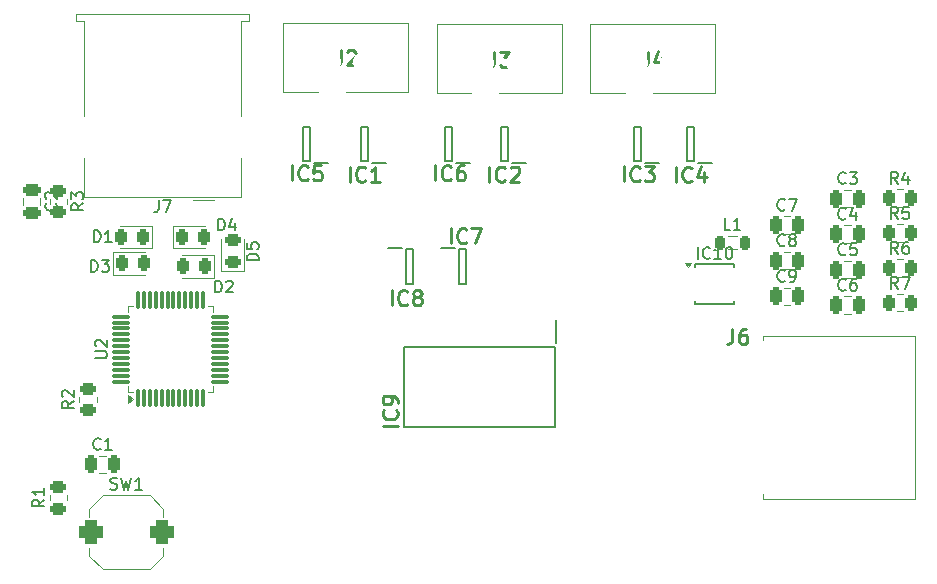
<source format=gbr>
%TF.GenerationSoftware,KiCad,Pcbnew,8.0.0*%
%TF.CreationDate,2024-03-19T18:53:13-05:00*%
%TF.ProjectId,playground,706c6179-6772-46f7-956e-642e6b696361,rev?*%
%TF.SameCoordinates,Original*%
%TF.FileFunction,Legend,Top*%
%TF.FilePolarity,Positive*%
%FSLAX46Y46*%
G04 Gerber Fmt 4.6, Leading zero omitted, Abs format (unit mm)*
G04 Created by KiCad (PCBNEW 8.0.0) date 2024-03-19 18:53:13*
%MOMM*%
%LPD*%
G01*
G04 APERTURE LIST*
G04 Aperture macros list*
%AMRoundRect*
0 Rectangle with rounded corners*
0 $1 Rounding radius*
0 $2 $3 $4 $5 $6 $7 $8 $9 X,Y pos of 4 corners*
0 Add a 4 corners polygon primitive as box body*
4,1,4,$2,$3,$4,$5,$6,$7,$8,$9,$2,$3,0*
0 Add four circle primitives for the rounded corners*
1,1,$1+$1,$2,$3*
1,1,$1+$1,$4,$5*
1,1,$1+$1,$6,$7*
1,1,$1+$1,$8,$9*
0 Add four rect primitives between the rounded corners*
20,1,$1+$1,$2,$3,$4,$5,0*
20,1,$1+$1,$4,$5,$6,$7,0*
20,1,$1+$1,$6,$7,$8,$9,0*
20,1,$1+$1,$8,$9,$2,$3,0*%
G04 Aperture macros list end*
%ADD10C,0.150000*%
%ADD11C,0.254000*%
%ADD12C,0.120000*%
%ADD13C,0.200000*%
%ADD14C,0.100000*%
%ADD15RoundRect,0.500000X-0.500000X-0.500000X0.500000X-0.500000X0.500000X0.500000X-0.500000X0.500000X0*%
%ADD16RoundRect,0.250000X-0.450000X0.262500X-0.450000X-0.262500X0.450000X-0.262500X0.450000X0.262500X0*%
%ADD17RoundRect,0.250000X-0.262500X-0.450000X0.262500X-0.450000X0.262500X0.450000X-0.262500X0.450000X0*%
%ADD18RoundRect,0.250000X-0.250000X-0.475000X0.250000X-0.475000X0.250000X0.475000X-0.250000X0.475000X0*%
%ADD19RoundRect,0.075000X0.075000X-0.662500X0.075000X0.662500X-0.075000X0.662500X-0.075000X-0.662500X0*%
%ADD20RoundRect,0.075000X0.662500X-0.075000X0.662500X0.075000X-0.662500X0.075000X-0.662500X-0.075000X0*%
%ADD21R,1.200000X0.600000*%
%ADD22RoundRect,0.218750X-0.218750X-0.381250X0.218750X-0.381250X0.218750X0.381250X-0.218750X0.381250X0*%
%ADD23C,3.050000*%
%ADD24C,2.775000*%
%ADD25RoundRect,0.243750X0.243750X0.456250X-0.243750X0.456250X-0.243750X-0.456250X0.243750X-0.456250X0*%
%ADD26C,1.300000*%
%ADD27R,1.530000X1.530000*%
%ADD28C,1.550000*%
%ADD29R,1.600000X1.500000*%
%ADD30C,1.600000*%
%ADD31C,3.000000*%
%ADD32R,0.700000X1.925000*%
%ADD33RoundRect,0.243750X-0.243750X-0.456250X0.243750X-0.456250X0.243750X0.456250X-0.243750X0.456250X0*%
%ADD34RoundRect,0.243750X0.456250X-0.243750X0.456250X0.243750X-0.456250X0.243750X-0.456250X-0.243750X0*%
%ADD35RoundRect,0.250000X-0.475000X0.250000X-0.475000X-0.250000X0.475000X-0.250000X0.475000X0.250000X0*%
%ADD36RoundRect,0.250000X0.450000X-0.262500X0.450000X0.262500X-0.450000X0.262500X-0.450000X-0.262500X0*%
%ADD37R,1.400000X0.300000*%
G04 APERTURE END LIST*
D10*
X110166667Y-91593200D02*
X110309524Y-91640819D01*
X110309524Y-91640819D02*
X110547619Y-91640819D01*
X110547619Y-91640819D02*
X110642857Y-91593200D01*
X110642857Y-91593200D02*
X110690476Y-91545580D01*
X110690476Y-91545580D02*
X110738095Y-91450342D01*
X110738095Y-91450342D02*
X110738095Y-91355104D01*
X110738095Y-91355104D02*
X110690476Y-91259866D01*
X110690476Y-91259866D02*
X110642857Y-91212247D01*
X110642857Y-91212247D02*
X110547619Y-91164628D01*
X110547619Y-91164628D02*
X110357143Y-91117009D01*
X110357143Y-91117009D02*
X110261905Y-91069390D01*
X110261905Y-91069390D02*
X110214286Y-91021771D01*
X110214286Y-91021771D02*
X110166667Y-90926533D01*
X110166667Y-90926533D02*
X110166667Y-90831295D01*
X110166667Y-90831295D02*
X110214286Y-90736057D01*
X110214286Y-90736057D02*
X110261905Y-90688438D01*
X110261905Y-90688438D02*
X110357143Y-90640819D01*
X110357143Y-90640819D02*
X110595238Y-90640819D01*
X110595238Y-90640819D02*
X110738095Y-90688438D01*
X111071429Y-90640819D02*
X111309524Y-91640819D01*
X111309524Y-91640819D02*
X111500000Y-90926533D01*
X111500000Y-90926533D02*
X111690476Y-91640819D01*
X111690476Y-91640819D02*
X111928572Y-90640819D01*
X112833333Y-91640819D02*
X112261905Y-91640819D01*
X112547619Y-91640819D02*
X112547619Y-90640819D01*
X112547619Y-90640819D02*
X112452381Y-90783676D01*
X112452381Y-90783676D02*
X112357143Y-90878914D01*
X112357143Y-90878914D02*
X112261905Y-90926533D01*
X107854819Y-67416666D02*
X107378628Y-67749999D01*
X107854819Y-67988094D02*
X106854819Y-67988094D01*
X106854819Y-67988094D02*
X106854819Y-67607142D01*
X106854819Y-67607142D02*
X106902438Y-67511904D01*
X106902438Y-67511904D02*
X106950057Y-67464285D01*
X106950057Y-67464285D02*
X107045295Y-67416666D01*
X107045295Y-67416666D02*
X107188152Y-67416666D01*
X107188152Y-67416666D02*
X107283390Y-67464285D01*
X107283390Y-67464285D02*
X107331009Y-67511904D01*
X107331009Y-67511904D02*
X107378628Y-67607142D01*
X107378628Y-67607142D02*
X107378628Y-67988094D01*
X106854819Y-67083332D02*
X106854819Y-66464285D01*
X106854819Y-66464285D02*
X107235771Y-66797618D01*
X107235771Y-66797618D02*
X107235771Y-66654761D01*
X107235771Y-66654761D02*
X107283390Y-66559523D01*
X107283390Y-66559523D02*
X107331009Y-66511904D01*
X107331009Y-66511904D02*
X107426247Y-66464285D01*
X107426247Y-66464285D02*
X107664342Y-66464285D01*
X107664342Y-66464285D02*
X107759580Y-66511904D01*
X107759580Y-66511904D02*
X107807200Y-66559523D01*
X107807200Y-66559523D02*
X107854819Y-66654761D01*
X107854819Y-66654761D02*
X107854819Y-66940475D01*
X107854819Y-66940475D02*
X107807200Y-67035713D01*
X107807200Y-67035713D02*
X107759580Y-67083332D01*
X176838333Y-65774819D02*
X176505000Y-65298628D01*
X176266905Y-65774819D02*
X176266905Y-64774819D01*
X176266905Y-64774819D02*
X176647857Y-64774819D01*
X176647857Y-64774819D02*
X176743095Y-64822438D01*
X176743095Y-64822438D02*
X176790714Y-64870057D01*
X176790714Y-64870057D02*
X176838333Y-64965295D01*
X176838333Y-64965295D02*
X176838333Y-65108152D01*
X176838333Y-65108152D02*
X176790714Y-65203390D01*
X176790714Y-65203390D02*
X176743095Y-65251009D01*
X176743095Y-65251009D02*
X176647857Y-65298628D01*
X176647857Y-65298628D02*
X176266905Y-65298628D01*
X177695476Y-65108152D02*
X177695476Y-65774819D01*
X177457381Y-64727200D02*
X177219286Y-65441485D01*
X177219286Y-65441485D02*
X177838333Y-65441485D01*
X167258333Y-70939580D02*
X167210714Y-70987200D01*
X167210714Y-70987200D02*
X167067857Y-71034819D01*
X167067857Y-71034819D02*
X166972619Y-71034819D01*
X166972619Y-71034819D02*
X166829762Y-70987200D01*
X166829762Y-70987200D02*
X166734524Y-70891961D01*
X166734524Y-70891961D02*
X166686905Y-70796723D01*
X166686905Y-70796723D02*
X166639286Y-70606247D01*
X166639286Y-70606247D02*
X166639286Y-70463390D01*
X166639286Y-70463390D02*
X166686905Y-70272914D01*
X166686905Y-70272914D02*
X166734524Y-70177676D01*
X166734524Y-70177676D02*
X166829762Y-70082438D01*
X166829762Y-70082438D02*
X166972619Y-70034819D01*
X166972619Y-70034819D02*
X167067857Y-70034819D01*
X167067857Y-70034819D02*
X167210714Y-70082438D01*
X167210714Y-70082438D02*
X167258333Y-70130057D01*
X167829762Y-70463390D02*
X167734524Y-70415771D01*
X167734524Y-70415771D02*
X167686905Y-70368152D01*
X167686905Y-70368152D02*
X167639286Y-70272914D01*
X167639286Y-70272914D02*
X167639286Y-70225295D01*
X167639286Y-70225295D02*
X167686905Y-70130057D01*
X167686905Y-70130057D02*
X167734524Y-70082438D01*
X167734524Y-70082438D02*
X167829762Y-70034819D01*
X167829762Y-70034819D02*
X168020238Y-70034819D01*
X168020238Y-70034819D02*
X168115476Y-70082438D01*
X168115476Y-70082438D02*
X168163095Y-70130057D01*
X168163095Y-70130057D02*
X168210714Y-70225295D01*
X168210714Y-70225295D02*
X168210714Y-70272914D01*
X168210714Y-70272914D02*
X168163095Y-70368152D01*
X168163095Y-70368152D02*
X168115476Y-70415771D01*
X168115476Y-70415771D02*
X168020238Y-70463390D01*
X168020238Y-70463390D02*
X167829762Y-70463390D01*
X167829762Y-70463390D02*
X167734524Y-70511009D01*
X167734524Y-70511009D02*
X167686905Y-70558628D01*
X167686905Y-70558628D02*
X167639286Y-70653866D01*
X167639286Y-70653866D02*
X167639286Y-70844342D01*
X167639286Y-70844342D02*
X167686905Y-70939580D01*
X167686905Y-70939580D02*
X167734524Y-70987200D01*
X167734524Y-70987200D02*
X167829762Y-71034819D01*
X167829762Y-71034819D02*
X168020238Y-71034819D01*
X168020238Y-71034819D02*
X168115476Y-70987200D01*
X168115476Y-70987200D02*
X168163095Y-70939580D01*
X168163095Y-70939580D02*
X168210714Y-70844342D01*
X168210714Y-70844342D02*
X168210714Y-70653866D01*
X168210714Y-70653866D02*
X168163095Y-70558628D01*
X168163095Y-70558628D02*
X168115476Y-70511009D01*
X168115476Y-70511009D02*
X168020238Y-70463390D01*
X108854819Y-80511904D02*
X109664342Y-80511904D01*
X109664342Y-80511904D02*
X109759580Y-80464285D01*
X109759580Y-80464285D02*
X109807200Y-80416666D01*
X109807200Y-80416666D02*
X109854819Y-80321428D01*
X109854819Y-80321428D02*
X109854819Y-80130952D01*
X109854819Y-80130952D02*
X109807200Y-80035714D01*
X109807200Y-80035714D02*
X109759580Y-79988095D01*
X109759580Y-79988095D02*
X109664342Y-79940476D01*
X109664342Y-79940476D02*
X108854819Y-79940476D01*
X108950057Y-79511904D02*
X108902438Y-79464285D01*
X108902438Y-79464285D02*
X108854819Y-79369047D01*
X108854819Y-79369047D02*
X108854819Y-79130952D01*
X108854819Y-79130952D02*
X108902438Y-79035714D01*
X108902438Y-79035714D02*
X108950057Y-78988095D01*
X108950057Y-78988095D02*
X109045295Y-78940476D01*
X109045295Y-78940476D02*
X109140533Y-78940476D01*
X109140533Y-78940476D02*
X109283390Y-78988095D01*
X109283390Y-78988095D02*
X109854819Y-79559523D01*
X109854819Y-79559523D02*
X109854819Y-78940476D01*
D11*
X138972237Y-70789318D02*
X138972237Y-69519318D01*
X140302714Y-70668365D02*
X140242238Y-70728842D01*
X140242238Y-70728842D02*
X140060809Y-70789318D01*
X140060809Y-70789318D02*
X139939857Y-70789318D01*
X139939857Y-70789318D02*
X139758428Y-70728842D01*
X139758428Y-70728842D02*
X139637476Y-70607889D01*
X139637476Y-70607889D02*
X139576999Y-70486937D01*
X139576999Y-70486937D02*
X139516523Y-70245032D01*
X139516523Y-70245032D02*
X139516523Y-70063603D01*
X139516523Y-70063603D02*
X139576999Y-69821699D01*
X139576999Y-69821699D02*
X139637476Y-69700746D01*
X139637476Y-69700746D02*
X139758428Y-69579794D01*
X139758428Y-69579794D02*
X139939857Y-69519318D01*
X139939857Y-69519318D02*
X140060809Y-69519318D01*
X140060809Y-69519318D02*
X140242238Y-69579794D01*
X140242238Y-69579794D02*
X140302714Y-69640270D01*
X140726047Y-69519318D02*
X141572714Y-69519318D01*
X141572714Y-69519318D02*
X141028428Y-70789318D01*
D10*
X162645833Y-69654819D02*
X162169643Y-69654819D01*
X162169643Y-69654819D02*
X162169643Y-68654819D01*
X163502976Y-69654819D02*
X162931548Y-69654819D01*
X163217262Y-69654819D02*
X163217262Y-68654819D01*
X163217262Y-68654819D02*
X163122024Y-68797676D01*
X163122024Y-68797676D02*
X163026786Y-68892914D01*
X163026786Y-68892914D02*
X162931548Y-68940533D01*
X172408333Y-74709580D02*
X172360714Y-74757200D01*
X172360714Y-74757200D02*
X172217857Y-74804819D01*
X172217857Y-74804819D02*
X172122619Y-74804819D01*
X172122619Y-74804819D02*
X171979762Y-74757200D01*
X171979762Y-74757200D02*
X171884524Y-74661961D01*
X171884524Y-74661961D02*
X171836905Y-74566723D01*
X171836905Y-74566723D02*
X171789286Y-74376247D01*
X171789286Y-74376247D02*
X171789286Y-74233390D01*
X171789286Y-74233390D02*
X171836905Y-74042914D01*
X171836905Y-74042914D02*
X171884524Y-73947676D01*
X171884524Y-73947676D02*
X171979762Y-73852438D01*
X171979762Y-73852438D02*
X172122619Y-73804819D01*
X172122619Y-73804819D02*
X172217857Y-73804819D01*
X172217857Y-73804819D02*
X172360714Y-73852438D01*
X172360714Y-73852438D02*
X172408333Y-73900057D01*
X173265476Y-73804819D02*
X173075000Y-73804819D01*
X173075000Y-73804819D02*
X172979762Y-73852438D01*
X172979762Y-73852438D02*
X172932143Y-73900057D01*
X172932143Y-73900057D02*
X172836905Y-74042914D01*
X172836905Y-74042914D02*
X172789286Y-74233390D01*
X172789286Y-74233390D02*
X172789286Y-74614342D01*
X172789286Y-74614342D02*
X172836905Y-74709580D01*
X172836905Y-74709580D02*
X172884524Y-74757200D01*
X172884524Y-74757200D02*
X172979762Y-74804819D01*
X172979762Y-74804819D02*
X173170238Y-74804819D01*
X173170238Y-74804819D02*
X173265476Y-74757200D01*
X173265476Y-74757200D02*
X173313095Y-74709580D01*
X173313095Y-74709580D02*
X173360714Y-74614342D01*
X173360714Y-74614342D02*
X173360714Y-74376247D01*
X173360714Y-74376247D02*
X173313095Y-74281009D01*
X173313095Y-74281009D02*
X173265476Y-74233390D01*
X173265476Y-74233390D02*
X173170238Y-74185771D01*
X173170238Y-74185771D02*
X172979762Y-74185771D01*
X172979762Y-74185771D02*
X172884524Y-74233390D01*
X172884524Y-74233390D02*
X172836905Y-74281009D01*
X172836905Y-74281009D02*
X172789286Y-74376247D01*
X167258333Y-73949580D02*
X167210714Y-73997200D01*
X167210714Y-73997200D02*
X167067857Y-74044819D01*
X167067857Y-74044819D02*
X166972619Y-74044819D01*
X166972619Y-74044819D02*
X166829762Y-73997200D01*
X166829762Y-73997200D02*
X166734524Y-73901961D01*
X166734524Y-73901961D02*
X166686905Y-73806723D01*
X166686905Y-73806723D02*
X166639286Y-73616247D01*
X166639286Y-73616247D02*
X166639286Y-73473390D01*
X166639286Y-73473390D02*
X166686905Y-73282914D01*
X166686905Y-73282914D02*
X166734524Y-73187676D01*
X166734524Y-73187676D02*
X166829762Y-73092438D01*
X166829762Y-73092438D02*
X166972619Y-73044819D01*
X166972619Y-73044819D02*
X167067857Y-73044819D01*
X167067857Y-73044819D02*
X167210714Y-73092438D01*
X167210714Y-73092438D02*
X167258333Y-73140057D01*
X167734524Y-74044819D02*
X167925000Y-74044819D01*
X167925000Y-74044819D02*
X168020238Y-73997200D01*
X168020238Y-73997200D02*
X168067857Y-73949580D01*
X168067857Y-73949580D02*
X168163095Y-73806723D01*
X168163095Y-73806723D02*
X168210714Y-73616247D01*
X168210714Y-73616247D02*
X168210714Y-73235295D01*
X168210714Y-73235295D02*
X168163095Y-73140057D01*
X168163095Y-73140057D02*
X168115476Y-73092438D01*
X168115476Y-73092438D02*
X168020238Y-73044819D01*
X168020238Y-73044819D02*
X167829762Y-73044819D01*
X167829762Y-73044819D02*
X167734524Y-73092438D01*
X167734524Y-73092438D02*
X167686905Y-73140057D01*
X167686905Y-73140057D02*
X167639286Y-73235295D01*
X167639286Y-73235295D02*
X167639286Y-73473390D01*
X167639286Y-73473390D02*
X167686905Y-73568628D01*
X167686905Y-73568628D02*
X167734524Y-73616247D01*
X167734524Y-73616247D02*
X167829762Y-73663866D01*
X167829762Y-73663866D02*
X168020238Y-73663866D01*
X168020238Y-73663866D02*
X168115476Y-73616247D01*
X168115476Y-73616247D02*
X168163095Y-73568628D01*
X168163095Y-73568628D02*
X168210714Y-73473390D01*
D11*
X133972237Y-76039318D02*
X133972237Y-74769318D01*
X135302714Y-75918365D02*
X135242238Y-75978842D01*
X135242238Y-75978842D02*
X135060809Y-76039318D01*
X135060809Y-76039318D02*
X134939857Y-76039318D01*
X134939857Y-76039318D02*
X134758428Y-75978842D01*
X134758428Y-75978842D02*
X134637476Y-75857889D01*
X134637476Y-75857889D02*
X134576999Y-75736937D01*
X134576999Y-75736937D02*
X134516523Y-75495032D01*
X134516523Y-75495032D02*
X134516523Y-75313603D01*
X134516523Y-75313603D02*
X134576999Y-75071699D01*
X134576999Y-75071699D02*
X134637476Y-74950746D01*
X134637476Y-74950746D02*
X134758428Y-74829794D01*
X134758428Y-74829794D02*
X134939857Y-74769318D01*
X134939857Y-74769318D02*
X135060809Y-74769318D01*
X135060809Y-74769318D02*
X135242238Y-74829794D01*
X135242238Y-74829794D02*
X135302714Y-74890270D01*
X136028428Y-75313603D02*
X135907476Y-75253127D01*
X135907476Y-75253127D02*
X135846999Y-75192651D01*
X135846999Y-75192651D02*
X135786523Y-75071699D01*
X135786523Y-75071699D02*
X135786523Y-75011222D01*
X135786523Y-75011222D02*
X135846999Y-74890270D01*
X135846999Y-74890270D02*
X135907476Y-74829794D01*
X135907476Y-74829794D02*
X136028428Y-74769318D01*
X136028428Y-74769318D02*
X136270333Y-74769318D01*
X136270333Y-74769318D02*
X136391285Y-74829794D01*
X136391285Y-74829794D02*
X136451761Y-74890270D01*
X136451761Y-74890270D02*
X136512238Y-75011222D01*
X136512238Y-75011222D02*
X136512238Y-75071699D01*
X136512238Y-75071699D02*
X136451761Y-75192651D01*
X136451761Y-75192651D02*
X136391285Y-75253127D01*
X136391285Y-75253127D02*
X136270333Y-75313603D01*
X136270333Y-75313603D02*
X136028428Y-75313603D01*
X136028428Y-75313603D02*
X135907476Y-75374080D01*
X135907476Y-75374080D02*
X135846999Y-75434556D01*
X135846999Y-75434556D02*
X135786523Y-75555508D01*
X135786523Y-75555508D02*
X135786523Y-75797413D01*
X135786523Y-75797413D02*
X135846999Y-75918365D01*
X135846999Y-75918365D02*
X135907476Y-75978842D01*
X135907476Y-75978842D02*
X136028428Y-76039318D01*
X136028428Y-76039318D02*
X136270333Y-76039318D01*
X136270333Y-76039318D02*
X136391285Y-75978842D01*
X136391285Y-75978842D02*
X136451761Y-75918365D01*
X136451761Y-75918365D02*
X136512238Y-75797413D01*
X136512238Y-75797413D02*
X136512238Y-75555508D01*
X136512238Y-75555508D02*
X136451761Y-75434556D01*
X136451761Y-75434556D02*
X136391285Y-75374080D01*
X136391285Y-75374080D02*
X136270333Y-75313603D01*
D10*
X172408333Y-71699580D02*
X172360714Y-71747200D01*
X172360714Y-71747200D02*
X172217857Y-71794819D01*
X172217857Y-71794819D02*
X172122619Y-71794819D01*
X172122619Y-71794819D02*
X171979762Y-71747200D01*
X171979762Y-71747200D02*
X171884524Y-71651961D01*
X171884524Y-71651961D02*
X171836905Y-71556723D01*
X171836905Y-71556723D02*
X171789286Y-71366247D01*
X171789286Y-71366247D02*
X171789286Y-71223390D01*
X171789286Y-71223390D02*
X171836905Y-71032914D01*
X171836905Y-71032914D02*
X171884524Y-70937676D01*
X171884524Y-70937676D02*
X171979762Y-70842438D01*
X171979762Y-70842438D02*
X172122619Y-70794819D01*
X172122619Y-70794819D02*
X172217857Y-70794819D01*
X172217857Y-70794819D02*
X172360714Y-70842438D01*
X172360714Y-70842438D02*
X172408333Y-70890057D01*
X173313095Y-70794819D02*
X172836905Y-70794819D01*
X172836905Y-70794819D02*
X172789286Y-71271009D01*
X172789286Y-71271009D02*
X172836905Y-71223390D01*
X172836905Y-71223390D02*
X172932143Y-71175771D01*
X172932143Y-71175771D02*
X173170238Y-71175771D01*
X173170238Y-71175771D02*
X173265476Y-71223390D01*
X173265476Y-71223390D02*
X173313095Y-71271009D01*
X173313095Y-71271009D02*
X173360714Y-71366247D01*
X173360714Y-71366247D02*
X173360714Y-71604342D01*
X173360714Y-71604342D02*
X173313095Y-71699580D01*
X173313095Y-71699580D02*
X173265476Y-71747200D01*
X173265476Y-71747200D02*
X173170238Y-71794819D01*
X173170238Y-71794819D02*
X172932143Y-71794819D01*
X172932143Y-71794819D02*
X172836905Y-71747200D01*
X172836905Y-71747200D02*
X172789286Y-71699580D01*
X172408333Y-65679580D02*
X172360714Y-65727200D01*
X172360714Y-65727200D02*
X172217857Y-65774819D01*
X172217857Y-65774819D02*
X172122619Y-65774819D01*
X172122619Y-65774819D02*
X171979762Y-65727200D01*
X171979762Y-65727200D02*
X171884524Y-65631961D01*
X171884524Y-65631961D02*
X171836905Y-65536723D01*
X171836905Y-65536723D02*
X171789286Y-65346247D01*
X171789286Y-65346247D02*
X171789286Y-65203390D01*
X171789286Y-65203390D02*
X171836905Y-65012914D01*
X171836905Y-65012914D02*
X171884524Y-64917676D01*
X171884524Y-64917676D02*
X171979762Y-64822438D01*
X171979762Y-64822438D02*
X172122619Y-64774819D01*
X172122619Y-64774819D02*
X172217857Y-64774819D01*
X172217857Y-64774819D02*
X172360714Y-64822438D01*
X172360714Y-64822438D02*
X172408333Y-64870057D01*
X172741667Y-64774819D02*
X173360714Y-64774819D01*
X173360714Y-64774819D02*
X173027381Y-65155771D01*
X173027381Y-65155771D02*
X173170238Y-65155771D01*
X173170238Y-65155771D02*
X173265476Y-65203390D01*
X173265476Y-65203390D02*
X173313095Y-65251009D01*
X173313095Y-65251009D02*
X173360714Y-65346247D01*
X173360714Y-65346247D02*
X173360714Y-65584342D01*
X173360714Y-65584342D02*
X173313095Y-65679580D01*
X173313095Y-65679580D02*
X173265476Y-65727200D01*
X173265476Y-65727200D02*
X173170238Y-65774819D01*
X173170238Y-65774819D02*
X172884524Y-65774819D01*
X172884524Y-65774819D02*
X172789286Y-65727200D01*
X172789286Y-65727200D02*
X172741667Y-65679580D01*
X176838333Y-71674819D02*
X176505000Y-71198628D01*
X176266905Y-71674819D02*
X176266905Y-70674819D01*
X176266905Y-70674819D02*
X176647857Y-70674819D01*
X176647857Y-70674819D02*
X176743095Y-70722438D01*
X176743095Y-70722438D02*
X176790714Y-70770057D01*
X176790714Y-70770057D02*
X176838333Y-70865295D01*
X176838333Y-70865295D02*
X176838333Y-71008152D01*
X176838333Y-71008152D02*
X176790714Y-71103390D01*
X176790714Y-71103390D02*
X176743095Y-71151009D01*
X176743095Y-71151009D02*
X176647857Y-71198628D01*
X176647857Y-71198628D02*
X176266905Y-71198628D01*
X177695476Y-70674819D02*
X177505000Y-70674819D01*
X177505000Y-70674819D02*
X177409762Y-70722438D01*
X177409762Y-70722438D02*
X177362143Y-70770057D01*
X177362143Y-70770057D02*
X177266905Y-70912914D01*
X177266905Y-70912914D02*
X177219286Y-71103390D01*
X177219286Y-71103390D02*
X177219286Y-71484342D01*
X177219286Y-71484342D02*
X177266905Y-71579580D01*
X177266905Y-71579580D02*
X177314524Y-71627200D01*
X177314524Y-71627200D02*
X177409762Y-71674819D01*
X177409762Y-71674819D02*
X177600238Y-71674819D01*
X177600238Y-71674819D02*
X177695476Y-71627200D01*
X177695476Y-71627200D02*
X177743095Y-71579580D01*
X177743095Y-71579580D02*
X177790714Y-71484342D01*
X177790714Y-71484342D02*
X177790714Y-71246247D01*
X177790714Y-71246247D02*
X177743095Y-71151009D01*
X177743095Y-71151009D02*
X177695476Y-71103390D01*
X177695476Y-71103390D02*
X177600238Y-71055771D01*
X177600238Y-71055771D02*
X177409762Y-71055771D01*
X177409762Y-71055771D02*
X177314524Y-71103390D01*
X177314524Y-71103390D02*
X177266905Y-71151009D01*
X177266905Y-71151009D02*
X177219286Y-71246247D01*
D11*
X162826668Y-78054317D02*
X162826668Y-78961460D01*
X162826668Y-78961460D02*
X162766191Y-79142888D01*
X162766191Y-79142888D02*
X162645239Y-79263841D01*
X162645239Y-79263841D02*
X162463810Y-79324317D01*
X162463810Y-79324317D02*
X162342858Y-79324317D01*
X163975715Y-78054317D02*
X163733810Y-78054317D01*
X163733810Y-78054317D02*
X163612858Y-78114793D01*
X163612858Y-78114793D02*
X163552382Y-78175269D01*
X163552382Y-78175269D02*
X163431429Y-78356698D01*
X163431429Y-78356698D02*
X163370953Y-78598602D01*
X163370953Y-78598602D02*
X163370953Y-79082412D01*
X163370953Y-79082412D02*
X163431429Y-79203364D01*
X163431429Y-79203364D02*
X163491906Y-79263841D01*
X163491906Y-79263841D02*
X163612858Y-79324317D01*
X163612858Y-79324317D02*
X163854763Y-79324317D01*
X163854763Y-79324317D02*
X163975715Y-79263841D01*
X163975715Y-79263841D02*
X164036191Y-79203364D01*
X164036191Y-79203364D02*
X164096668Y-79082412D01*
X164096668Y-79082412D02*
X164096668Y-78780031D01*
X164096668Y-78780031D02*
X164036191Y-78659079D01*
X164036191Y-78659079D02*
X163975715Y-78598602D01*
X163975715Y-78598602D02*
X163854763Y-78538126D01*
X163854763Y-78538126D02*
X163612858Y-78538126D01*
X163612858Y-78538126D02*
X163491906Y-78598602D01*
X163491906Y-78598602D02*
X163431429Y-78659079D01*
X163431429Y-78659079D02*
X163370953Y-78780031D01*
D10*
X119011905Y-74954819D02*
X119011905Y-73954819D01*
X119011905Y-73954819D02*
X119250000Y-73954819D01*
X119250000Y-73954819D02*
X119392857Y-74002438D01*
X119392857Y-74002438D02*
X119488095Y-74097676D01*
X119488095Y-74097676D02*
X119535714Y-74192914D01*
X119535714Y-74192914D02*
X119583333Y-74383390D01*
X119583333Y-74383390D02*
X119583333Y-74526247D01*
X119583333Y-74526247D02*
X119535714Y-74716723D01*
X119535714Y-74716723D02*
X119488095Y-74811961D01*
X119488095Y-74811961D02*
X119392857Y-74907200D01*
X119392857Y-74907200D02*
X119250000Y-74954819D01*
X119250000Y-74954819D02*
X119011905Y-74954819D01*
X119964286Y-74050057D02*
X120011905Y-74002438D01*
X120011905Y-74002438D02*
X120107143Y-73954819D01*
X120107143Y-73954819D02*
X120345238Y-73954819D01*
X120345238Y-73954819D02*
X120440476Y-74002438D01*
X120440476Y-74002438D02*
X120488095Y-74050057D01*
X120488095Y-74050057D02*
X120535714Y-74145295D01*
X120535714Y-74145295D02*
X120535714Y-74240533D01*
X120535714Y-74240533D02*
X120488095Y-74383390D01*
X120488095Y-74383390D02*
X119916667Y-74954819D01*
X119916667Y-74954819D02*
X120535714Y-74954819D01*
X108511905Y-73204819D02*
X108511905Y-72204819D01*
X108511905Y-72204819D02*
X108750000Y-72204819D01*
X108750000Y-72204819D02*
X108892857Y-72252438D01*
X108892857Y-72252438D02*
X108988095Y-72347676D01*
X108988095Y-72347676D02*
X109035714Y-72442914D01*
X109035714Y-72442914D02*
X109083333Y-72633390D01*
X109083333Y-72633390D02*
X109083333Y-72776247D01*
X109083333Y-72776247D02*
X109035714Y-72966723D01*
X109035714Y-72966723D02*
X108988095Y-73061961D01*
X108988095Y-73061961D02*
X108892857Y-73157200D01*
X108892857Y-73157200D02*
X108750000Y-73204819D01*
X108750000Y-73204819D02*
X108511905Y-73204819D01*
X109416667Y-72204819D02*
X110035714Y-72204819D01*
X110035714Y-72204819D02*
X109702381Y-72585771D01*
X109702381Y-72585771D02*
X109845238Y-72585771D01*
X109845238Y-72585771D02*
X109940476Y-72633390D01*
X109940476Y-72633390D02*
X109988095Y-72681009D01*
X109988095Y-72681009D02*
X110035714Y-72776247D01*
X110035714Y-72776247D02*
X110035714Y-73014342D01*
X110035714Y-73014342D02*
X109988095Y-73109580D01*
X109988095Y-73109580D02*
X109940476Y-73157200D01*
X109940476Y-73157200D02*
X109845238Y-73204819D01*
X109845238Y-73204819D02*
X109559524Y-73204819D01*
X109559524Y-73204819D02*
X109464286Y-73157200D01*
X109464286Y-73157200D02*
X109416667Y-73109580D01*
D11*
X142674667Y-54559318D02*
X142674667Y-55466461D01*
X142674667Y-55466461D02*
X142614190Y-55647889D01*
X142614190Y-55647889D02*
X142493238Y-55768842D01*
X142493238Y-55768842D02*
X142311809Y-55829318D01*
X142311809Y-55829318D02*
X142190857Y-55829318D01*
X143158476Y-54559318D02*
X143944667Y-54559318D01*
X143944667Y-54559318D02*
X143521333Y-55043127D01*
X143521333Y-55043127D02*
X143702762Y-55043127D01*
X143702762Y-55043127D02*
X143823714Y-55103603D01*
X143823714Y-55103603D02*
X143884190Y-55164080D01*
X143884190Y-55164080D02*
X143944667Y-55285032D01*
X143944667Y-55285032D02*
X143944667Y-55587413D01*
X143944667Y-55587413D02*
X143884190Y-55708365D01*
X143884190Y-55708365D02*
X143823714Y-55768842D01*
X143823714Y-55768842D02*
X143702762Y-55829318D01*
X143702762Y-55829318D02*
X143339905Y-55829318D01*
X143339905Y-55829318D02*
X143218952Y-55768842D01*
X143218952Y-55768842D02*
X143158476Y-55708365D01*
D10*
X114236666Y-67154819D02*
X114236666Y-67869104D01*
X114236666Y-67869104D02*
X114189047Y-68011961D01*
X114189047Y-68011961D02*
X114093809Y-68107200D01*
X114093809Y-68107200D02*
X113950952Y-68154819D01*
X113950952Y-68154819D02*
X113855714Y-68154819D01*
X114617619Y-67154819D02*
X115284285Y-67154819D01*
X115284285Y-67154819D02*
X114855714Y-68154819D01*
D11*
X134484318Y-86239762D02*
X133214318Y-86239762D01*
X134363365Y-84909285D02*
X134423842Y-84969761D01*
X134423842Y-84969761D02*
X134484318Y-85151190D01*
X134484318Y-85151190D02*
X134484318Y-85272142D01*
X134484318Y-85272142D02*
X134423842Y-85453571D01*
X134423842Y-85453571D02*
X134302889Y-85574523D01*
X134302889Y-85574523D02*
X134181937Y-85635000D01*
X134181937Y-85635000D02*
X133940032Y-85695476D01*
X133940032Y-85695476D02*
X133758603Y-85695476D01*
X133758603Y-85695476D02*
X133516699Y-85635000D01*
X133516699Y-85635000D02*
X133395746Y-85574523D01*
X133395746Y-85574523D02*
X133274794Y-85453571D01*
X133274794Y-85453571D02*
X133214318Y-85272142D01*
X133214318Y-85272142D02*
X133214318Y-85151190D01*
X133214318Y-85151190D02*
X133274794Y-84969761D01*
X133274794Y-84969761D02*
X133335270Y-84909285D01*
X134484318Y-84304523D02*
X134484318Y-84062619D01*
X134484318Y-84062619D02*
X134423842Y-83941666D01*
X134423842Y-83941666D02*
X134363365Y-83881190D01*
X134363365Y-83881190D02*
X134181937Y-83760238D01*
X134181937Y-83760238D02*
X133940032Y-83699761D01*
X133940032Y-83699761D02*
X133456222Y-83699761D01*
X133456222Y-83699761D02*
X133335270Y-83760238D01*
X133335270Y-83760238D02*
X133274794Y-83820714D01*
X133274794Y-83820714D02*
X133214318Y-83941666D01*
X133214318Y-83941666D02*
X133214318Y-84183571D01*
X133214318Y-84183571D02*
X133274794Y-84304523D01*
X133274794Y-84304523D02*
X133335270Y-84365000D01*
X133335270Y-84365000D02*
X133456222Y-84425476D01*
X133456222Y-84425476D02*
X133758603Y-84425476D01*
X133758603Y-84425476D02*
X133879556Y-84365000D01*
X133879556Y-84365000D02*
X133940032Y-84304523D01*
X133940032Y-84304523D02*
X134000508Y-84183571D01*
X134000508Y-84183571D02*
X134000508Y-83941666D01*
X134000508Y-83941666D02*
X133940032Y-83820714D01*
X133940032Y-83820714D02*
X133879556Y-83760238D01*
X133879556Y-83760238D02*
X133758603Y-83699761D01*
D10*
X167258333Y-67929580D02*
X167210714Y-67977200D01*
X167210714Y-67977200D02*
X167067857Y-68024819D01*
X167067857Y-68024819D02*
X166972619Y-68024819D01*
X166972619Y-68024819D02*
X166829762Y-67977200D01*
X166829762Y-67977200D02*
X166734524Y-67881961D01*
X166734524Y-67881961D02*
X166686905Y-67786723D01*
X166686905Y-67786723D02*
X166639286Y-67596247D01*
X166639286Y-67596247D02*
X166639286Y-67453390D01*
X166639286Y-67453390D02*
X166686905Y-67262914D01*
X166686905Y-67262914D02*
X166734524Y-67167676D01*
X166734524Y-67167676D02*
X166829762Y-67072438D01*
X166829762Y-67072438D02*
X166972619Y-67024819D01*
X166972619Y-67024819D02*
X167067857Y-67024819D01*
X167067857Y-67024819D02*
X167210714Y-67072438D01*
X167210714Y-67072438D02*
X167258333Y-67120057D01*
X167591667Y-67024819D02*
X168258333Y-67024819D01*
X168258333Y-67024819D02*
X167829762Y-68024819D01*
D11*
X130410237Y-65574318D02*
X130410237Y-64304318D01*
X131740714Y-65453365D02*
X131680238Y-65513842D01*
X131680238Y-65513842D02*
X131498809Y-65574318D01*
X131498809Y-65574318D02*
X131377857Y-65574318D01*
X131377857Y-65574318D02*
X131196428Y-65513842D01*
X131196428Y-65513842D02*
X131075476Y-65392889D01*
X131075476Y-65392889D02*
X131014999Y-65271937D01*
X131014999Y-65271937D02*
X130954523Y-65030032D01*
X130954523Y-65030032D02*
X130954523Y-64848603D01*
X130954523Y-64848603D02*
X131014999Y-64606699D01*
X131014999Y-64606699D02*
X131075476Y-64485746D01*
X131075476Y-64485746D02*
X131196428Y-64364794D01*
X131196428Y-64364794D02*
X131377857Y-64304318D01*
X131377857Y-64304318D02*
X131498809Y-64304318D01*
X131498809Y-64304318D02*
X131680238Y-64364794D01*
X131680238Y-64364794D02*
X131740714Y-64425270D01*
X132950238Y-65574318D02*
X132224523Y-65574318D01*
X132587380Y-65574318D02*
X132587380Y-64304318D01*
X132587380Y-64304318D02*
X132466428Y-64485746D01*
X132466428Y-64485746D02*
X132345476Y-64606699D01*
X132345476Y-64606699D02*
X132224523Y-64667175D01*
D10*
X119261905Y-69704819D02*
X119261905Y-68704819D01*
X119261905Y-68704819D02*
X119500000Y-68704819D01*
X119500000Y-68704819D02*
X119642857Y-68752438D01*
X119642857Y-68752438D02*
X119738095Y-68847676D01*
X119738095Y-68847676D02*
X119785714Y-68942914D01*
X119785714Y-68942914D02*
X119833333Y-69133390D01*
X119833333Y-69133390D02*
X119833333Y-69276247D01*
X119833333Y-69276247D02*
X119785714Y-69466723D01*
X119785714Y-69466723D02*
X119738095Y-69561961D01*
X119738095Y-69561961D02*
X119642857Y-69657200D01*
X119642857Y-69657200D02*
X119500000Y-69704819D01*
X119500000Y-69704819D02*
X119261905Y-69704819D01*
X120690476Y-69038152D02*
X120690476Y-69704819D01*
X120452381Y-68657200D02*
X120214286Y-69371485D01*
X120214286Y-69371485D02*
X120833333Y-69371485D01*
X176838333Y-74624819D02*
X176505000Y-74148628D01*
X176266905Y-74624819D02*
X176266905Y-73624819D01*
X176266905Y-73624819D02*
X176647857Y-73624819D01*
X176647857Y-73624819D02*
X176743095Y-73672438D01*
X176743095Y-73672438D02*
X176790714Y-73720057D01*
X176790714Y-73720057D02*
X176838333Y-73815295D01*
X176838333Y-73815295D02*
X176838333Y-73958152D01*
X176838333Y-73958152D02*
X176790714Y-74053390D01*
X176790714Y-74053390D02*
X176743095Y-74101009D01*
X176743095Y-74101009D02*
X176647857Y-74148628D01*
X176647857Y-74148628D02*
X176266905Y-74148628D01*
X177171667Y-73624819D02*
X177838333Y-73624819D01*
X177838333Y-73624819D02*
X177409762Y-74624819D01*
X176838333Y-68724819D02*
X176505000Y-68248628D01*
X176266905Y-68724819D02*
X176266905Y-67724819D01*
X176266905Y-67724819D02*
X176647857Y-67724819D01*
X176647857Y-67724819D02*
X176743095Y-67772438D01*
X176743095Y-67772438D02*
X176790714Y-67820057D01*
X176790714Y-67820057D02*
X176838333Y-67915295D01*
X176838333Y-67915295D02*
X176838333Y-68058152D01*
X176838333Y-68058152D02*
X176790714Y-68153390D01*
X176790714Y-68153390D02*
X176743095Y-68201009D01*
X176743095Y-68201009D02*
X176647857Y-68248628D01*
X176647857Y-68248628D02*
X176266905Y-68248628D01*
X177743095Y-67724819D02*
X177266905Y-67724819D01*
X177266905Y-67724819D02*
X177219286Y-68201009D01*
X177219286Y-68201009D02*
X177266905Y-68153390D01*
X177266905Y-68153390D02*
X177362143Y-68105771D01*
X177362143Y-68105771D02*
X177600238Y-68105771D01*
X177600238Y-68105771D02*
X177695476Y-68153390D01*
X177695476Y-68153390D02*
X177743095Y-68201009D01*
X177743095Y-68201009D02*
X177790714Y-68296247D01*
X177790714Y-68296247D02*
X177790714Y-68534342D01*
X177790714Y-68534342D02*
X177743095Y-68629580D01*
X177743095Y-68629580D02*
X177695476Y-68677200D01*
X177695476Y-68677200D02*
X177600238Y-68724819D01*
X177600238Y-68724819D02*
X177362143Y-68724819D01*
X177362143Y-68724819D02*
X177266905Y-68677200D01*
X177266905Y-68677200D02*
X177219286Y-68629580D01*
X109333333Y-88179580D02*
X109285714Y-88227200D01*
X109285714Y-88227200D02*
X109142857Y-88274819D01*
X109142857Y-88274819D02*
X109047619Y-88274819D01*
X109047619Y-88274819D02*
X108904762Y-88227200D01*
X108904762Y-88227200D02*
X108809524Y-88131961D01*
X108809524Y-88131961D02*
X108761905Y-88036723D01*
X108761905Y-88036723D02*
X108714286Y-87846247D01*
X108714286Y-87846247D02*
X108714286Y-87703390D01*
X108714286Y-87703390D02*
X108761905Y-87512914D01*
X108761905Y-87512914D02*
X108809524Y-87417676D01*
X108809524Y-87417676D02*
X108904762Y-87322438D01*
X108904762Y-87322438D02*
X109047619Y-87274819D01*
X109047619Y-87274819D02*
X109142857Y-87274819D01*
X109142857Y-87274819D02*
X109285714Y-87322438D01*
X109285714Y-87322438D02*
X109333333Y-87370057D01*
X110285714Y-88274819D02*
X109714286Y-88274819D01*
X110000000Y-88274819D02*
X110000000Y-87274819D01*
X110000000Y-87274819D02*
X109904762Y-87417676D01*
X109904762Y-87417676D02*
X109809524Y-87512914D01*
X109809524Y-87512914D02*
X109714286Y-87560533D01*
X122704819Y-72238094D02*
X121704819Y-72238094D01*
X121704819Y-72238094D02*
X121704819Y-71999999D01*
X121704819Y-71999999D02*
X121752438Y-71857142D01*
X121752438Y-71857142D02*
X121847676Y-71761904D01*
X121847676Y-71761904D02*
X121942914Y-71714285D01*
X121942914Y-71714285D02*
X122133390Y-71666666D01*
X122133390Y-71666666D02*
X122276247Y-71666666D01*
X122276247Y-71666666D02*
X122466723Y-71714285D01*
X122466723Y-71714285D02*
X122561961Y-71761904D01*
X122561961Y-71761904D02*
X122657200Y-71857142D01*
X122657200Y-71857142D02*
X122704819Y-71999999D01*
X122704819Y-71999999D02*
X122704819Y-72238094D01*
X121704819Y-70761904D02*
X121704819Y-71238094D01*
X121704819Y-71238094D02*
X122181009Y-71285713D01*
X122181009Y-71285713D02*
X122133390Y-71238094D01*
X122133390Y-71238094D02*
X122085771Y-71142856D01*
X122085771Y-71142856D02*
X122085771Y-70904761D01*
X122085771Y-70904761D02*
X122133390Y-70809523D01*
X122133390Y-70809523D02*
X122181009Y-70761904D01*
X122181009Y-70761904D02*
X122276247Y-70714285D01*
X122276247Y-70714285D02*
X122514342Y-70714285D01*
X122514342Y-70714285D02*
X122609580Y-70761904D01*
X122609580Y-70761904D02*
X122657200Y-70809523D01*
X122657200Y-70809523D02*
X122704819Y-70904761D01*
X122704819Y-70904761D02*
X122704819Y-71142856D01*
X122704819Y-71142856D02*
X122657200Y-71238094D01*
X122657200Y-71238094D02*
X122609580Y-71285713D01*
X105539580Y-67416666D02*
X105587200Y-67464285D01*
X105587200Y-67464285D02*
X105634819Y-67607142D01*
X105634819Y-67607142D02*
X105634819Y-67702380D01*
X105634819Y-67702380D02*
X105587200Y-67845237D01*
X105587200Y-67845237D02*
X105491961Y-67940475D01*
X105491961Y-67940475D02*
X105396723Y-67988094D01*
X105396723Y-67988094D02*
X105206247Y-68035713D01*
X105206247Y-68035713D02*
X105063390Y-68035713D01*
X105063390Y-68035713D02*
X104872914Y-67988094D01*
X104872914Y-67988094D02*
X104777676Y-67940475D01*
X104777676Y-67940475D02*
X104682438Y-67845237D01*
X104682438Y-67845237D02*
X104634819Y-67702380D01*
X104634819Y-67702380D02*
X104634819Y-67607142D01*
X104634819Y-67607142D02*
X104682438Y-67464285D01*
X104682438Y-67464285D02*
X104730057Y-67416666D01*
X104730057Y-67035713D02*
X104682438Y-66988094D01*
X104682438Y-66988094D02*
X104634819Y-66892856D01*
X104634819Y-66892856D02*
X104634819Y-66654761D01*
X104634819Y-66654761D02*
X104682438Y-66559523D01*
X104682438Y-66559523D02*
X104730057Y-66511904D01*
X104730057Y-66511904D02*
X104825295Y-66464285D01*
X104825295Y-66464285D02*
X104920533Y-66464285D01*
X104920533Y-66464285D02*
X105063390Y-66511904D01*
X105063390Y-66511904D02*
X105634819Y-67083332D01*
X105634819Y-67083332D02*
X105634819Y-66464285D01*
D11*
X129674667Y-54464318D02*
X129674667Y-55371461D01*
X129674667Y-55371461D02*
X129614190Y-55552889D01*
X129614190Y-55552889D02*
X129493238Y-55673842D01*
X129493238Y-55673842D02*
X129311809Y-55734318D01*
X129311809Y-55734318D02*
X129190857Y-55734318D01*
X130218952Y-54585270D02*
X130279428Y-54524794D01*
X130279428Y-54524794D02*
X130400381Y-54464318D01*
X130400381Y-54464318D02*
X130702762Y-54464318D01*
X130702762Y-54464318D02*
X130823714Y-54524794D01*
X130823714Y-54524794D02*
X130884190Y-54585270D01*
X130884190Y-54585270D02*
X130944667Y-54706222D01*
X130944667Y-54706222D02*
X130944667Y-54827175D01*
X130944667Y-54827175D02*
X130884190Y-55008603D01*
X130884190Y-55008603D02*
X130158476Y-55734318D01*
X130158476Y-55734318D02*
X130944667Y-55734318D01*
D10*
X104554819Y-92504166D02*
X104078628Y-92837499D01*
X104554819Y-93075594D02*
X103554819Y-93075594D01*
X103554819Y-93075594D02*
X103554819Y-92694642D01*
X103554819Y-92694642D02*
X103602438Y-92599404D01*
X103602438Y-92599404D02*
X103650057Y-92551785D01*
X103650057Y-92551785D02*
X103745295Y-92504166D01*
X103745295Y-92504166D02*
X103888152Y-92504166D01*
X103888152Y-92504166D02*
X103983390Y-92551785D01*
X103983390Y-92551785D02*
X104031009Y-92599404D01*
X104031009Y-92599404D02*
X104078628Y-92694642D01*
X104078628Y-92694642D02*
X104078628Y-93075594D01*
X104554819Y-91551785D02*
X104554819Y-92123213D01*
X104554819Y-91837499D02*
X103554819Y-91837499D01*
X103554819Y-91837499D02*
X103697676Y-91932737D01*
X103697676Y-91932737D02*
X103792914Y-92027975D01*
X103792914Y-92027975D02*
X103840533Y-92123213D01*
X159872619Y-72104819D02*
X159872619Y-71104819D01*
X160920237Y-72009580D02*
X160872618Y-72057200D01*
X160872618Y-72057200D02*
X160729761Y-72104819D01*
X160729761Y-72104819D02*
X160634523Y-72104819D01*
X160634523Y-72104819D02*
X160491666Y-72057200D01*
X160491666Y-72057200D02*
X160396428Y-71961961D01*
X160396428Y-71961961D02*
X160348809Y-71866723D01*
X160348809Y-71866723D02*
X160301190Y-71676247D01*
X160301190Y-71676247D02*
X160301190Y-71533390D01*
X160301190Y-71533390D02*
X160348809Y-71342914D01*
X160348809Y-71342914D02*
X160396428Y-71247676D01*
X160396428Y-71247676D02*
X160491666Y-71152438D01*
X160491666Y-71152438D02*
X160634523Y-71104819D01*
X160634523Y-71104819D02*
X160729761Y-71104819D01*
X160729761Y-71104819D02*
X160872618Y-71152438D01*
X160872618Y-71152438D02*
X160920237Y-71200057D01*
X161872618Y-72104819D02*
X161301190Y-72104819D01*
X161586904Y-72104819D02*
X161586904Y-71104819D01*
X161586904Y-71104819D02*
X161491666Y-71247676D01*
X161491666Y-71247676D02*
X161396428Y-71342914D01*
X161396428Y-71342914D02*
X161301190Y-71390533D01*
X162491666Y-71104819D02*
X162586904Y-71104819D01*
X162586904Y-71104819D02*
X162682142Y-71152438D01*
X162682142Y-71152438D02*
X162729761Y-71200057D01*
X162729761Y-71200057D02*
X162777380Y-71295295D01*
X162777380Y-71295295D02*
X162824999Y-71485771D01*
X162824999Y-71485771D02*
X162824999Y-71723866D01*
X162824999Y-71723866D02*
X162777380Y-71914342D01*
X162777380Y-71914342D02*
X162729761Y-72009580D01*
X162729761Y-72009580D02*
X162682142Y-72057200D01*
X162682142Y-72057200D02*
X162586904Y-72104819D01*
X162586904Y-72104819D02*
X162491666Y-72104819D01*
X162491666Y-72104819D02*
X162396428Y-72057200D01*
X162396428Y-72057200D02*
X162348809Y-72009580D01*
X162348809Y-72009580D02*
X162301190Y-71914342D01*
X162301190Y-71914342D02*
X162253571Y-71723866D01*
X162253571Y-71723866D02*
X162253571Y-71485771D01*
X162253571Y-71485771D02*
X162301190Y-71295295D01*
X162301190Y-71295295D02*
X162348809Y-71200057D01*
X162348809Y-71200057D02*
X162396428Y-71152438D01*
X162396428Y-71152438D02*
X162491666Y-71104819D01*
X107054819Y-84166666D02*
X106578628Y-84499999D01*
X107054819Y-84738094D02*
X106054819Y-84738094D01*
X106054819Y-84738094D02*
X106054819Y-84357142D01*
X106054819Y-84357142D02*
X106102438Y-84261904D01*
X106102438Y-84261904D02*
X106150057Y-84214285D01*
X106150057Y-84214285D02*
X106245295Y-84166666D01*
X106245295Y-84166666D02*
X106388152Y-84166666D01*
X106388152Y-84166666D02*
X106483390Y-84214285D01*
X106483390Y-84214285D02*
X106531009Y-84261904D01*
X106531009Y-84261904D02*
X106578628Y-84357142D01*
X106578628Y-84357142D02*
X106578628Y-84738094D01*
X106150057Y-83785713D02*
X106102438Y-83738094D01*
X106102438Y-83738094D02*
X106054819Y-83642856D01*
X106054819Y-83642856D02*
X106054819Y-83404761D01*
X106054819Y-83404761D02*
X106102438Y-83309523D01*
X106102438Y-83309523D02*
X106150057Y-83261904D01*
X106150057Y-83261904D02*
X106245295Y-83214285D01*
X106245295Y-83214285D02*
X106340533Y-83214285D01*
X106340533Y-83214285D02*
X106483390Y-83261904D01*
X106483390Y-83261904D02*
X107054819Y-83833332D01*
X107054819Y-83833332D02*
X107054819Y-83214285D01*
X172408333Y-68689580D02*
X172360714Y-68737200D01*
X172360714Y-68737200D02*
X172217857Y-68784819D01*
X172217857Y-68784819D02*
X172122619Y-68784819D01*
X172122619Y-68784819D02*
X171979762Y-68737200D01*
X171979762Y-68737200D02*
X171884524Y-68641961D01*
X171884524Y-68641961D02*
X171836905Y-68546723D01*
X171836905Y-68546723D02*
X171789286Y-68356247D01*
X171789286Y-68356247D02*
X171789286Y-68213390D01*
X171789286Y-68213390D02*
X171836905Y-68022914D01*
X171836905Y-68022914D02*
X171884524Y-67927676D01*
X171884524Y-67927676D02*
X171979762Y-67832438D01*
X171979762Y-67832438D02*
X172122619Y-67784819D01*
X172122619Y-67784819D02*
X172217857Y-67784819D01*
X172217857Y-67784819D02*
X172360714Y-67832438D01*
X172360714Y-67832438D02*
X172408333Y-67880057D01*
X173265476Y-68118152D02*
X173265476Y-68784819D01*
X173027381Y-67737200D02*
X172789286Y-68451485D01*
X172789286Y-68451485D02*
X173408333Y-68451485D01*
D11*
X137660237Y-65474318D02*
X137660237Y-64204318D01*
X138990714Y-65353365D02*
X138930238Y-65413842D01*
X138930238Y-65413842D02*
X138748809Y-65474318D01*
X138748809Y-65474318D02*
X138627857Y-65474318D01*
X138627857Y-65474318D02*
X138446428Y-65413842D01*
X138446428Y-65413842D02*
X138325476Y-65292889D01*
X138325476Y-65292889D02*
X138264999Y-65171937D01*
X138264999Y-65171937D02*
X138204523Y-64930032D01*
X138204523Y-64930032D02*
X138204523Y-64748603D01*
X138204523Y-64748603D02*
X138264999Y-64506699D01*
X138264999Y-64506699D02*
X138325476Y-64385746D01*
X138325476Y-64385746D02*
X138446428Y-64264794D01*
X138446428Y-64264794D02*
X138627857Y-64204318D01*
X138627857Y-64204318D02*
X138748809Y-64204318D01*
X138748809Y-64204318D02*
X138930238Y-64264794D01*
X138930238Y-64264794D02*
X138990714Y-64325270D01*
X140079285Y-64204318D02*
X139837380Y-64204318D01*
X139837380Y-64204318D02*
X139716428Y-64264794D01*
X139716428Y-64264794D02*
X139655952Y-64325270D01*
X139655952Y-64325270D02*
X139534999Y-64506699D01*
X139534999Y-64506699D02*
X139474523Y-64748603D01*
X139474523Y-64748603D02*
X139474523Y-65232413D01*
X139474523Y-65232413D02*
X139534999Y-65353365D01*
X139534999Y-65353365D02*
X139595476Y-65413842D01*
X139595476Y-65413842D02*
X139716428Y-65474318D01*
X139716428Y-65474318D02*
X139958333Y-65474318D01*
X139958333Y-65474318D02*
X140079285Y-65413842D01*
X140079285Y-65413842D02*
X140139761Y-65353365D01*
X140139761Y-65353365D02*
X140200238Y-65232413D01*
X140200238Y-65232413D02*
X140200238Y-64930032D01*
X140200238Y-64930032D02*
X140139761Y-64809080D01*
X140139761Y-64809080D02*
X140079285Y-64748603D01*
X140079285Y-64748603D02*
X139958333Y-64688127D01*
X139958333Y-64688127D02*
X139716428Y-64688127D01*
X139716428Y-64688127D02*
X139595476Y-64748603D01*
X139595476Y-64748603D02*
X139534999Y-64809080D01*
X139534999Y-64809080D02*
X139474523Y-64930032D01*
X155674667Y-54559318D02*
X155674667Y-55466461D01*
X155674667Y-55466461D02*
X155614190Y-55647889D01*
X155614190Y-55647889D02*
X155493238Y-55768842D01*
X155493238Y-55768842D02*
X155311809Y-55829318D01*
X155311809Y-55829318D02*
X155190857Y-55829318D01*
X156823714Y-54982651D02*
X156823714Y-55829318D01*
X156521333Y-54498842D02*
X156218952Y-55405984D01*
X156218952Y-55405984D02*
X157005143Y-55405984D01*
X153635237Y-65549318D02*
X153635237Y-64279318D01*
X154965714Y-65428365D02*
X154905238Y-65488842D01*
X154905238Y-65488842D02*
X154723809Y-65549318D01*
X154723809Y-65549318D02*
X154602857Y-65549318D01*
X154602857Y-65549318D02*
X154421428Y-65488842D01*
X154421428Y-65488842D02*
X154300476Y-65367889D01*
X154300476Y-65367889D02*
X154239999Y-65246937D01*
X154239999Y-65246937D02*
X154179523Y-65005032D01*
X154179523Y-65005032D02*
X154179523Y-64823603D01*
X154179523Y-64823603D02*
X154239999Y-64581699D01*
X154239999Y-64581699D02*
X154300476Y-64460746D01*
X154300476Y-64460746D02*
X154421428Y-64339794D01*
X154421428Y-64339794D02*
X154602857Y-64279318D01*
X154602857Y-64279318D02*
X154723809Y-64279318D01*
X154723809Y-64279318D02*
X154905238Y-64339794D01*
X154905238Y-64339794D02*
X154965714Y-64400270D01*
X155389047Y-64279318D02*
X156175238Y-64279318D01*
X156175238Y-64279318D02*
X155751904Y-64763127D01*
X155751904Y-64763127D02*
X155933333Y-64763127D01*
X155933333Y-64763127D02*
X156054285Y-64823603D01*
X156054285Y-64823603D02*
X156114761Y-64884080D01*
X156114761Y-64884080D02*
X156175238Y-65005032D01*
X156175238Y-65005032D02*
X156175238Y-65307413D01*
X156175238Y-65307413D02*
X156114761Y-65428365D01*
X156114761Y-65428365D02*
X156054285Y-65488842D01*
X156054285Y-65488842D02*
X155933333Y-65549318D01*
X155933333Y-65549318D02*
X155570476Y-65549318D01*
X155570476Y-65549318D02*
X155449523Y-65488842D01*
X155449523Y-65488842D02*
X155389047Y-65428365D01*
D10*
X108761905Y-70704819D02*
X108761905Y-69704819D01*
X108761905Y-69704819D02*
X109000000Y-69704819D01*
X109000000Y-69704819D02*
X109142857Y-69752438D01*
X109142857Y-69752438D02*
X109238095Y-69847676D01*
X109238095Y-69847676D02*
X109285714Y-69942914D01*
X109285714Y-69942914D02*
X109333333Y-70133390D01*
X109333333Y-70133390D02*
X109333333Y-70276247D01*
X109333333Y-70276247D02*
X109285714Y-70466723D01*
X109285714Y-70466723D02*
X109238095Y-70561961D01*
X109238095Y-70561961D02*
X109142857Y-70657200D01*
X109142857Y-70657200D02*
X109000000Y-70704819D01*
X109000000Y-70704819D02*
X108761905Y-70704819D01*
X110285714Y-70704819D02*
X109714286Y-70704819D01*
X110000000Y-70704819D02*
X110000000Y-69704819D01*
X110000000Y-69704819D02*
X109904762Y-69847676D01*
X109904762Y-69847676D02*
X109809524Y-69942914D01*
X109809524Y-69942914D02*
X109714286Y-69990533D01*
D11*
X125535237Y-65474318D02*
X125535237Y-64204318D01*
X126865714Y-65353365D02*
X126805238Y-65413842D01*
X126805238Y-65413842D02*
X126623809Y-65474318D01*
X126623809Y-65474318D02*
X126502857Y-65474318D01*
X126502857Y-65474318D02*
X126321428Y-65413842D01*
X126321428Y-65413842D02*
X126200476Y-65292889D01*
X126200476Y-65292889D02*
X126139999Y-65171937D01*
X126139999Y-65171937D02*
X126079523Y-64930032D01*
X126079523Y-64930032D02*
X126079523Y-64748603D01*
X126079523Y-64748603D02*
X126139999Y-64506699D01*
X126139999Y-64506699D02*
X126200476Y-64385746D01*
X126200476Y-64385746D02*
X126321428Y-64264794D01*
X126321428Y-64264794D02*
X126502857Y-64204318D01*
X126502857Y-64204318D02*
X126623809Y-64204318D01*
X126623809Y-64204318D02*
X126805238Y-64264794D01*
X126805238Y-64264794D02*
X126865714Y-64325270D01*
X128014761Y-64204318D02*
X127409999Y-64204318D01*
X127409999Y-64204318D02*
X127349523Y-64809080D01*
X127349523Y-64809080D02*
X127409999Y-64748603D01*
X127409999Y-64748603D02*
X127530952Y-64688127D01*
X127530952Y-64688127D02*
X127833333Y-64688127D01*
X127833333Y-64688127D02*
X127954285Y-64748603D01*
X127954285Y-64748603D02*
X128014761Y-64809080D01*
X128014761Y-64809080D02*
X128075238Y-64930032D01*
X128075238Y-64930032D02*
X128075238Y-65232413D01*
X128075238Y-65232413D02*
X128014761Y-65353365D01*
X128014761Y-65353365D02*
X127954285Y-65413842D01*
X127954285Y-65413842D02*
X127833333Y-65474318D01*
X127833333Y-65474318D02*
X127530952Y-65474318D01*
X127530952Y-65474318D02*
X127409999Y-65413842D01*
X127409999Y-65413842D02*
X127349523Y-65353365D01*
X142235237Y-65574318D02*
X142235237Y-64304318D01*
X143565714Y-65453365D02*
X143505238Y-65513842D01*
X143505238Y-65513842D02*
X143323809Y-65574318D01*
X143323809Y-65574318D02*
X143202857Y-65574318D01*
X143202857Y-65574318D02*
X143021428Y-65513842D01*
X143021428Y-65513842D02*
X142900476Y-65392889D01*
X142900476Y-65392889D02*
X142839999Y-65271937D01*
X142839999Y-65271937D02*
X142779523Y-65030032D01*
X142779523Y-65030032D02*
X142779523Y-64848603D01*
X142779523Y-64848603D02*
X142839999Y-64606699D01*
X142839999Y-64606699D02*
X142900476Y-64485746D01*
X142900476Y-64485746D02*
X143021428Y-64364794D01*
X143021428Y-64364794D02*
X143202857Y-64304318D01*
X143202857Y-64304318D02*
X143323809Y-64304318D01*
X143323809Y-64304318D02*
X143505238Y-64364794D01*
X143505238Y-64364794D02*
X143565714Y-64425270D01*
X144049523Y-64425270D02*
X144109999Y-64364794D01*
X144109999Y-64364794D02*
X144230952Y-64304318D01*
X144230952Y-64304318D02*
X144533333Y-64304318D01*
X144533333Y-64304318D02*
X144654285Y-64364794D01*
X144654285Y-64364794D02*
X144714761Y-64425270D01*
X144714761Y-64425270D02*
X144775238Y-64546222D01*
X144775238Y-64546222D02*
X144775238Y-64667175D01*
X144775238Y-64667175D02*
X144714761Y-64848603D01*
X144714761Y-64848603D02*
X143989047Y-65574318D01*
X143989047Y-65574318D02*
X144775238Y-65574318D01*
X158035237Y-65599318D02*
X158035237Y-64329318D01*
X159365714Y-65478365D02*
X159305238Y-65538842D01*
X159305238Y-65538842D02*
X159123809Y-65599318D01*
X159123809Y-65599318D02*
X159002857Y-65599318D01*
X159002857Y-65599318D02*
X158821428Y-65538842D01*
X158821428Y-65538842D02*
X158700476Y-65417889D01*
X158700476Y-65417889D02*
X158639999Y-65296937D01*
X158639999Y-65296937D02*
X158579523Y-65055032D01*
X158579523Y-65055032D02*
X158579523Y-64873603D01*
X158579523Y-64873603D02*
X158639999Y-64631699D01*
X158639999Y-64631699D02*
X158700476Y-64510746D01*
X158700476Y-64510746D02*
X158821428Y-64389794D01*
X158821428Y-64389794D02*
X159002857Y-64329318D01*
X159002857Y-64329318D02*
X159123809Y-64329318D01*
X159123809Y-64329318D02*
X159305238Y-64389794D01*
X159305238Y-64389794D02*
X159365714Y-64450270D01*
X160454285Y-64752651D02*
X160454285Y-65599318D01*
X160151904Y-64268842D02*
X159849523Y-65175984D01*
X159849523Y-65175984D02*
X160635714Y-65175984D01*
D12*
%TO.C,SW1*%
X108350000Y-93269000D02*
X109500000Y-92100000D01*
X108350000Y-93950000D02*
X108350000Y-93269000D01*
X108350000Y-96550000D02*
X108350000Y-97250000D01*
X108350000Y-97250000D02*
X109500000Y-98400000D01*
X109500000Y-92100000D02*
X113500000Y-92100000D01*
X109500000Y-98400000D02*
X113500000Y-98400000D01*
X113500000Y-92100000D02*
X114650000Y-93250000D01*
X113500000Y-98400000D02*
X114650000Y-97250000D01*
X114650000Y-93250000D02*
X114650000Y-93950000D01*
X114650000Y-97250000D02*
X114650000Y-96550000D01*
%TO.C,R3*%
X105015000Y-67022936D02*
X105015000Y-67477064D01*
X106485000Y-67022936D02*
X106485000Y-67477064D01*
%TO.C,R4*%
X176777936Y-66235000D02*
X177232064Y-66235000D01*
X176777936Y-67705000D02*
X177232064Y-67705000D01*
%TO.C,C8*%
X167163748Y-71525000D02*
X167686252Y-71525000D01*
X167163748Y-72995000D02*
X167686252Y-72995000D01*
%TO.C,U2*%
X111640000Y-76140000D02*
X112090000Y-76140000D01*
X111640000Y-76590000D02*
X111640000Y-76140000D01*
X111640000Y-82910000D02*
X111640000Y-83360000D01*
X111640000Y-83360000D02*
X112090000Y-83360000D01*
X118860000Y-76140000D02*
X118410000Y-76140000D01*
X118860000Y-76590000D02*
X118860000Y-76140000D01*
X118860000Y-82910000D02*
X118860000Y-83360000D01*
X118860000Y-83360000D02*
X118410000Y-83360000D01*
X112090000Y-83950000D02*
X111620000Y-84290000D01*
X111620000Y-83610000D01*
X112090000Y-83950000D01*
G36*
X112090000Y-83950000D02*
G01*
X111620000Y-84290000D01*
X111620000Y-83610000D01*
X112090000Y-83950000D01*
G37*
D13*
%TO.C,IC7*%
X138150000Y-71150000D02*
X139350000Y-71150000D01*
X139700000Y-71300000D02*
X140300000Y-71300000D01*
X139700000Y-74200000D02*
X139700000Y-71300000D01*
X140300000Y-71300000D02*
X140300000Y-74200000D01*
X140300000Y-74200000D02*
X139700000Y-74200000D01*
D12*
%TO.C,L1*%
X162412878Y-70190000D02*
X163212122Y-70190000D01*
X162412878Y-71310000D02*
X163212122Y-71310000D01*
%TO.C,C6*%
X172313748Y-75295000D02*
X172836252Y-75295000D01*
X172313748Y-76765000D02*
X172836252Y-76765000D01*
%TO.C,C9*%
X167163748Y-74535000D02*
X167686252Y-74535000D01*
X167163748Y-76005000D02*
X167686252Y-76005000D01*
D13*
%TO.C,IC8*%
X133650000Y-71150000D02*
X134850000Y-71150000D01*
X135200000Y-71300000D02*
X135800000Y-71300000D01*
X135200000Y-74200000D02*
X135200000Y-71300000D01*
X135800000Y-71300000D02*
X135800000Y-74200000D01*
X135800000Y-74200000D02*
X135200000Y-74200000D01*
D12*
%TO.C,C5*%
X172313748Y-72285000D02*
X172836252Y-72285000D01*
X172313748Y-73755000D02*
X172836252Y-73755000D01*
%TO.C,C3*%
X172313748Y-66265000D02*
X172836252Y-66265000D01*
X172313748Y-67735000D02*
X172836252Y-67735000D01*
%TO.C,R6*%
X176777936Y-72135000D02*
X177232064Y-72135000D01*
X176777936Y-73605000D02*
X177232064Y-73605000D01*
D14*
%TO.C,J6*%
X165444000Y-78600000D02*
X178244000Y-78600000D01*
X165444000Y-79000000D02*
X165444000Y-78600000D01*
X165444000Y-92400000D02*
X165444000Y-92000000D01*
X178244000Y-78600000D02*
X178244000Y-92400000D01*
X178244000Y-92400000D02*
X165444000Y-92400000D01*
D12*
%TO.C,D2*%
X116250000Y-73710000D02*
X118935000Y-73710000D01*
X118935000Y-71790000D02*
X116250000Y-71790000D01*
X118935000Y-73710000D02*
X118935000Y-71790000D01*
%TO.C,D3*%
X111000000Y-71210000D02*
X113685000Y-71210000D01*
X113685000Y-69290000D02*
X111000000Y-69290000D01*
X113685000Y-71210000D02*
X113685000Y-69290000D01*
D14*
%TO.C,J3*%
X137810000Y-52200000D02*
X148386000Y-52200000D01*
X137810000Y-58040000D02*
X137810000Y-52200000D01*
X137810000Y-58040000D02*
X140707000Y-58040000D01*
X148386000Y-52200000D02*
X148386000Y-58040000D01*
X148386000Y-58040000D02*
X143098000Y-58040000D01*
D12*
%TO.C,J7*%
X107260000Y-51410000D02*
X107260000Y-51930000D01*
X107260000Y-51930000D02*
X107910000Y-51930000D01*
X107910000Y-60040000D02*
X107910000Y-51930000D01*
X107910000Y-66890000D02*
X107910000Y-63560000D01*
X118970000Y-67110000D02*
X117170000Y-67110000D01*
X121230000Y-51930000D02*
X121230000Y-60040000D01*
X121230000Y-51930000D02*
X121880000Y-51930000D01*
X121230000Y-66890000D02*
X107910000Y-66890000D01*
X121230000Y-66890000D02*
X121230000Y-63560000D01*
X121880000Y-51410000D02*
X107260000Y-51410000D01*
X121880000Y-51930000D02*
X121880000Y-51410000D01*
D13*
%TO.C,IC9*%
X135045000Y-79562000D02*
X147845000Y-79562000D01*
X135045000Y-86362000D02*
X135045000Y-79562000D01*
X147845000Y-79562000D02*
X147845000Y-86362000D01*
X147845000Y-86362000D02*
X135045000Y-86362000D01*
X147860000Y-77287000D02*
X147860000Y-79212000D01*
D12*
%TO.C,C7*%
X167163748Y-68515000D02*
X167686252Y-68515000D01*
X167163748Y-69985000D02*
X167686252Y-69985000D01*
D13*
%TO.C,IC1*%
X131350000Y-60925000D02*
X131950000Y-60925000D01*
X131350000Y-63825000D02*
X131350000Y-60925000D01*
X131950000Y-60925000D02*
X131950000Y-63825000D01*
X131950000Y-63825000D02*
X131350000Y-63825000D01*
X133500000Y-63975000D02*
X132300000Y-63975000D01*
D12*
%TO.C,D4*%
X115502500Y-69290000D02*
X115502500Y-71210000D01*
X115502500Y-71210000D02*
X118187500Y-71210000D01*
X118187500Y-69290000D02*
X115502500Y-69290000D01*
%TO.C,R7*%
X176777936Y-75085000D02*
X177232064Y-75085000D01*
X176777936Y-76555000D02*
X177232064Y-76555000D01*
%TO.C,R5*%
X176777936Y-69185000D02*
X177232064Y-69185000D01*
X176777936Y-70655000D02*
X177232064Y-70655000D01*
%TO.C,C1*%
X109238748Y-88765000D02*
X109761252Y-88765000D01*
X109238748Y-90235000D02*
X109761252Y-90235000D01*
%TO.C,D5*%
X119540000Y-70460000D02*
X119540000Y-73145000D01*
X119540000Y-73145000D02*
X121460000Y-73145000D01*
X121460000Y-73145000D02*
X121460000Y-70460000D01*
%TO.C,C2*%
X102765000Y-66988748D02*
X102765000Y-67511252D01*
X104235000Y-66988748D02*
X104235000Y-67511252D01*
D14*
%TO.C,J2*%
X124810000Y-52105000D02*
X135386000Y-52105000D01*
X124810000Y-57945000D02*
X124810000Y-52105000D01*
X124810000Y-57945000D02*
X127707000Y-57945000D01*
X135386000Y-52105000D02*
X135386000Y-57945000D01*
X135386000Y-57945000D02*
X130098000Y-57945000D01*
D12*
%TO.C,R1*%
X105015000Y-92564564D02*
X105015000Y-92110436D01*
X106485000Y-92564564D02*
X106485000Y-92110436D01*
D10*
%TO.C,IC10*%
X159650000Y-72575000D02*
X159650000Y-72800000D01*
X159650000Y-72575000D02*
X163000000Y-72575000D01*
X159650000Y-75700000D02*
X159650000Y-75925000D01*
X159650000Y-75925000D02*
X163000000Y-75925000D01*
X163000000Y-72575000D02*
X163000000Y-72800000D01*
X163000000Y-75925000D02*
X163000000Y-75700000D01*
D12*
X159037500Y-72800000D02*
X158797500Y-72470000D01*
X159277500Y-72470000D01*
X159037500Y-72800000D01*
G36*
X159037500Y-72800000D02*
G01*
X158797500Y-72470000D01*
X159277500Y-72470000D01*
X159037500Y-72800000D01*
G37*
%TO.C,R2*%
X107515000Y-84227064D02*
X107515000Y-83772936D01*
X108985000Y-84227064D02*
X108985000Y-83772936D01*
%TO.C,C4*%
X172313748Y-69275000D02*
X172836252Y-69275000D01*
X172313748Y-70745000D02*
X172836252Y-70745000D01*
D13*
%TO.C,IC6*%
X138475000Y-60925000D02*
X139075000Y-60925000D01*
X138475000Y-63825000D02*
X138475000Y-60925000D01*
X139075000Y-60925000D02*
X139075000Y-63825000D01*
X139075000Y-63825000D02*
X138475000Y-63825000D01*
X140625000Y-63975000D02*
X139425000Y-63975000D01*
D14*
%TO.C,J4*%
X150810000Y-52200000D02*
X161386000Y-52200000D01*
X150810000Y-58040000D02*
X150810000Y-52200000D01*
X150810000Y-58040000D02*
X153707000Y-58040000D01*
X161386000Y-52200000D02*
X161386000Y-58040000D01*
X161386000Y-58040000D02*
X156098000Y-58040000D01*
D13*
%TO.C,IC3*%
X154475000Y-60925000D02*
X155075000Y-60925000D01*
X154475000Y-63825000D02*
X154475000Y-60925000D01*
X155075000Y-60925000D02*
X155075000Y-63825000D01*
X155075000Y-63825000D02*
X154475000Y-63825000D01*
X156625000Y-63975000D02*
X155425000Y-63975000D01*
D12*
%TO.C,D1*%
X110377500Y-71540000D02*
X110377500Y-73460000D01*
X110377500Y-73460000D02*
X113062500Y-73460000D01*
X113062500Y-71540000D02*
X110377500Y-71540000D01*
D13*
%TO.C,IC5*%
X126475000Y-60925000D02*
X127075000Y-60925000D01*
X126475000Y-63825000D02*
X126475000Y-60925000D01*
X127075000Y-60925000D02*
X127075000Y-63825000D01*
X127075000Y-63825000D02*
X126475000Y-63825000D01*
X128625000Y-63975000D02*
X127425000Y-63975000D01*
%TO.C,IC2*%
X143200000Y-60925000D02*
X143800000Y-60925000D01*
X143200000Y-63825000D02*
X143200000Y-60925000D01*
X143800000Y-60925000D02*
X143800000Y-63825000D01*
X143800000Y-63825000D02*
X143200000Y-63825000D01*
X145350000Y-63975000D02*
X144150000Y-63975000D01*
%TO.C,IC4*%
X158975000Y-60925000D02*
X159575000Y-60925000D01*
X158975000Y-63825000D02*
X158975000Y-60925000D01*
X159575000Y-60925000D02*
X159575000Y-63825000D01*
X159575000Y-63825000D02*
X158975000Y-63825000D01*
X161125000Y-63975000D02*
X159925000Y-63975000D01*
%TD*%
%LPC*%
D15*
%TO.C,SW1*%
X108500000Y-95250000D03*
X114500000Y-95250000D03*
%TD*%
D16*
%TO.C,R3*%
X105750000Y-66337500D03*
X105750000Y-68162500D03*
%TD*%
D17*
%TO.C,R4*%
X176092500Y-66970000D03*
X177917500Y-66970000D03*
%TD*%
D18*
%TO.C,C8*%
X166475000Y-72260000D03*
X168375000Y-72260000D03*
%TD*%
D19*
%TO.C,U2*%
X112500000Y-83912500D03*
X113000000Y-83912500D03*
X113500000Y-83912500D03*
X114000000Y-83912500D03*
X114500000Y-83912500D03*
X115000000Y-83912500D03*
X115500000Y-83912500D03*
X116000000Y-83912500D03*
X116500000Y-83912500D03*
X117000000Y-83912500D03*
X117500000Y-83912500D03*
X118000000Y-83912500D03*
D20*
X119412500Y-82500000D03*
X119412500Y-82000000D03*
X119412500Y-81500000D03*
X119412500Y-81000000D03*
X119412500Y-80500000D03*
X119412500Y-80000000D03*
X119412500Y-79500000D03*
X119412500Y-79000000D03*
X119412500Y-78500000D03*
X119412500Y-78000000D03*
X119412500Y-77500000D03*
X119412500Y-77000000D03*
D19*
X118000000Y-75587500D03*
X117500000Y-75587500D03*
X117000000Y-75587500D03*
X116500000Y-75587500D03*
X116000000Y-75587500D03*
X115500000Y-75587500D03*
X115000000Y-75587500D03*
X114500000Y-75587500D03*
X114000000Y-75587500D03*
X113500000Y-75587500D03*
X113000000Y-75587500D03*
X112500000Y-75587500D03*
D20*
X111087500Y-77000000D03*
X111087500Y-77500000D03*
X111087500Y-78000000D03*
X111087500Y-78500000D03*
X111087500Y-79000000D03*
X111087500Y-79500000D03*
X111087500Y-80000000D03*
X111087500Y-80500000D03*
X111087500Y-81000000D03*
X111087500Y-81500000D03*
X111087500Y-82000000D03*
X111087500Y-82500000D03*
%TD*%
D21*
%TO.C,IC7*%
X138750000Y-71800000D03*
X138750000Y-72750000D03*
X138750000Y-73700000D03*
X141250000Y-73700000D03*
X141250000Y-72750000D03*
X141250000Y-71800000D03*
%TD*%
D22*
%TO.C,L1*%
X161750000Y-70750000D03*
X163875000Y-70750000D03*
%TD*%
D18*
%TO.C,C6*%
X171625000Y-76030000D03*
X173525000Y-76030000D03*
%TD*%
%TO.C,C9*%
X166475000Y-75270000D03*
X168375000Y-75270000D03*
%TD*%
D21*
%TO.C,IC8*%
X134250000Y-71800000D03*
X134250000Y-72750000D03*
X134250000Y-73700000D03*
X136750000Y-73700000D03*
X136750000Y-72750000D03*
X136750000Y-71800000D03*
%TD*%
D18*
%TO.C,C5*%
X171625000Y-73020000D03*
X173525000Y-73020000D03*
%TD*%
%TO.C,C3*%
X171625000Y-67000000D03*
X173525000Y-67000000D03*
%TD*%
D17*
%TO.C,R6*%
X176092500Y-72870000D03*
X177917500Y-72870000D03*
%TD*%
D23*
%TO.C,J6*%
X171644000Y-81300000D03*
X171644000Y-89700000D03*
D24*
X164344000Y-81300000D03*
X164344000Y-85500000D03*
X164344000Y-89700000D03*
X160144000Y-81300000D03*
X160144000Y-85500000D03*
X160144000Y-89700000D03*
%TD*%
D25*
%TO.C,D2*%
X118187500Y-72750000D03*
X116312500Y-72750000D03*
%TD*%
%TO.C,D3*%
X112937500Y-70250000D03*
X111062500Y-70250000D03*
%TD*%
D26*
%TO.C,J3*%
X141920000Y-57660000D03*
D27*
X147000000Y-55500000D03*
D28*
X144460000Y-55500000D03*
X141920000Y-55500000D03*
X139380000Y-55500000D03*
%TD*%
D29*
%TO.C,J7*%
X118070000Y-64510000D03*
D30*
X115570000Y-64510000D03*
X113570000Y-64510000D03*
X111070000Y-64510000D03*
D31*
X121140000Y-61800000D03*
X108000000Y-61800000D03*
%TD*%
D32*
%TO.C,IC9*%
X147160000Y-78250000D03*
X145890000Y-78250000D03*
X144620000Y-78250000D03*
X143350000Y-78250000D03*
X142080000Y-78250000D03*
X140810000Y-78250000D03*
X139540000Y-78250000D03*
X138270000Y-78250000D03*
X137000000Y-78250000D03*
X135730000Y-78250000D03*
X135730000Y-87674000D03*
X137000000Y-87674000D03*
X138270000Y-87674000D03*
X139540000Y-87674000D03*
X140810000Y-87674000D03*
X142080000Y-87674000D03*
X143350000Y-87674000D03*
X144620000Y-87674000D03*
X145890000Y-87674000D03*
X147160000Y-87674000D03*
%TD*%
D18*
%TO.C,C7*%
X166475000Y-69250000D03*
X168375000Y-69250000D03*
%TD*%
D21*
%TO.C,IC1*%
X132900000Y-63325000D03*
X132900000Y-62375000D03*
X132900000Y-61425000D03*
X130400000Y-61425000D03*
X130400000Y-62375000D03*
X130400000Y-63325000D03*
%TD*%
D33*
%TO.C,D4*%
X116250000Y-70250000D03*
X118125000Y-70250000D03*
%TD*%
D17*
%TO.C,R7*%
X176092500Y-75820000D03*
X177917500Y-75820000D03*
%TD*%
%TO.C,R5*%
X176092500Y-69920000D03*
X177917500Y-69920000D03*
%TD*%
D18*
%TO.C,C1*%
X108550000Y-89500000D03*
X110450000Y-89500000D03*
%TD*%
D34*
%TO.C,D5*%
X120500000Y-72397500D03*
X120500000Y-70522500D03*
%TD*%
D35*
%TO.C,C2*%
X103500000Y-66300000D03*
X103500000Y-68200000D03*
%TD*%
D26*
%TO.C,J2*%
X128920000Y-57565000D03*
D27*
X134000000Y-55405000D03*
D28*
X131460000Y-55405000D03*
X128920000Y-55405000D03*
X126380000Y-55405000D03*
%TD*%
D36*
%TO.C,R1*%
X105750000Y-93250000D03*
X105750000Y-91425000D03*
%TD*%
D37*
%TO.C,IC10*%
X159125000Y-73250000D03*
X159125000Y-73750000D03*
X159125000Y-74250000D03*
X159125000Y-74750000D03*
X159125000Y-75250000D03*
X163525000Y-75250000D03*
X163525000Y-74750000D03*
X163525000Y-74250000D03*
X163525000Y-73750000D03*
X163525000Y-73250000D03*
%TD*%
D36*
%TO.C,R2*%
X108250000Y-84912500D03*
X108250000Y-83087500D03*
%TD*%
D18*
%TO.C,C4*%
X171625000Y-70010000D03*
X173525000Y-70010000D03*
%TD*%
D21*
%TO.C,IC6*%
X140025000Y-63325000D03*
X140025000Y-62375000D03*
X140025000Y-61425000D03*
X137525000Y-61425000D03*
X137525000Y-62375000D03*
X137525000Y-63325000D03*
%TD*%
D26*
%TO.C,J4*%
X154920000Y-57660000D03*
D27*
X160000000Y-55500000D03*
D28*
X157460000Y-55500000D03*
X154920000Y-55500000D03*
X152380000Y-55500000D03*
%TD*%
D21*
%TO.C,IC3*%
X156025000Y-63325000D03*
X156025000Y-62375000D03*
X156025000Y-61425000D03*
X153525000Y-61425000D03*
X153525000Y-62375000D03*
X153525000Y-63325000D03*
%TD*%
D33*
%TO.C,D1*%
X111125000Y-72500000D03*
X113000000Y-72500000D03*
%TD*%
D21*
%TO.C,IC5*%
X128025000Y-63325000D03*
X128025000Y-62375000D03*
X128025000Y-61425000D03*
X125525000Y-61425000D03*
X125525000Y-62375000D03*
X125525000Y-63325000D03*
%TD*%
%TO.C,IC2*%
X144750000Y-63325000D03*
X144750000Y-62375000D03*
X144750000Y-61425000D03*
X142250000Y-61425000D03*
X142250000Y-62375000D03*
X142250000Y-63325000D03*
%TD*%
%TO.C,IC4*%
X160525000Y-63325000D03*
X160525000Y-62375000D03*
X160525000Y-61425000D03*
X158025000Y-61425000D03*
X158025000Y-62375000D03*
X158025000Y-63325000D03*
%TD*%
%LPD*%
M02*

</source>
